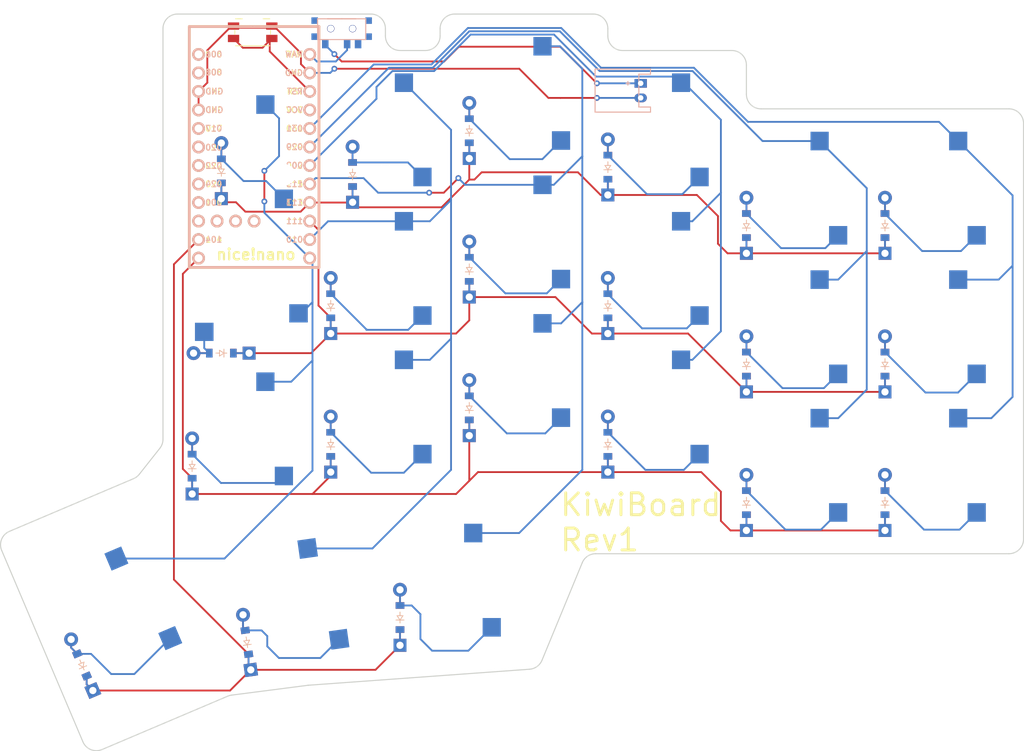
<source format=kicad_pcb>
(kicad_pcb (version 20240108) (generator "pcbnew") (generator_version "8.0")
  (title_block (title "right") (rev "v1.0.0") (company "Unknown"))
  (layers (0 "F.Cu" signal) (31 "B.Cu" signal) (34 "B.Paste" user) (35 "F.Paste" user) (36 "B.SilkS" user "B.Silkscreen") (37 "F.SilkS" user "F.Silkscreen") (38 "B.Mask" user) (39 "F.Mask" user) (44 "Edge.Cuts" user))
  (net 0 "")
  (net 1 "P031")
  (net 2 "mirror_ColA_Row1")
  (net 3 "mirror_ColA_Row2")
  (net 4 "mirror_ColA_Row3")
  (net 5 "P029")
  (net 6 "mirror_ColB_Row1")
  (net 7 "mirror_ColB_Row2")
  (net 8 "mirror_ColB_Row3")
  (net 9 "P002")
  (net 10 "mirror_ColC_Row1")
  (net 11 "mirror_ColC_Row2")
  (net 12 "mirror_ColC_Row3")
  (net 13 "P115")
  (net 14 "mirror_ColD_Row1")
  (net 15 "mirror_ColD_Row2")
  (net 16 "mirror_ColD_Row3")
  (net 17 "P010")
  (net 18 "mirror_ColE_Row1")
  (net 19 "mirror_ColE_Row2")
  (net 20 "mirror_ColE_Row3")
  (net 21 "P009")
  (net 22 "mirror_ColF_Row1")
  (net 23 "mirror_ColF_Row3")
  (net 24 "mirror_ColD_Row0")
  (net 25 "mirror_ColE_Row0")
  (net 26 "mirror_ColF_Row0")
  (net 27 "mirror_ColF_Row2")
  (net 28 "RAW")
  (net 29 "GND")
  (net 30 "RST")
  (net 31 "VCC")
  (net 32 "P113")
  (net 33 "P111")
  (net 34 "P006")
  (net 35 "P008")
  (net 36 "P017")
  (net 37 "P020")
  (net 38 "P022")
  (net 39 "P024")
  (net 40 "P100")
  (net 41 "P011")
  (net 42 "P104")
  (net 43 "P106")
  (net 44 "P101")
  (net 45 "P102")
  (net 46 "P107")
  (net 47 "pos")
  (footprint "E73:SPDT_C128955" (layer "F.Cu") (at 215 99.5)
    (property "Reference" "T1" (hide yes))
    (property "Value" "" (hide yes))
  )
  (footprint "JST_PH_S2B-PH-K_02x2.00mm_Angled" (layer "F.Cu") (at 256 108 -90)
    (property "Reference" "JST1" (hide yes))
    (property "Value" "" (hide yes))
  )
  (footprint "Panasonic_EVQPUL_EVQPUC" (layer "F.Cu") (at 202.8 100)
    (property "Reference" "B1" (hide yes))
    (property "Value" "Panasonic_EVQPUL_EVQPUC" (hide yes))
  )
  (footprint "MX" (layer "F.Cu") (at 240 109 -90)
    (property "Reference" "S12" (hide yes))
    (property "Value" "" (hide yes))
  )
  (footprint "ComboDiode" (layer "F.Cu") (at 194.5 159.5 90)
    (property "Reference" "D14" (hide yes))
    (property "Value" "" (hide yes))
  )
  (footprint "ComboDiode" (layer "F.Cu") (at 251.5 137.5 90)
    (property "Reference" "D8" (hide yes))
    (property "Value" "" (hide yes))
  )
  (footprint "MX" (layer "F.Cu") (at 221 114 -90)
    (property "Reference" "S15" (hide yes))
    (property "Value" "" (hide yes))
  )
  (footprint "MX" (layer "F.Cu") (at 240 147 -90)
    (property "Reference" "S10" (hide yes))
    (property "Value" "" (hide yes))
  )
  (footprint "MX" (layer "F.Cu") (at 297 122 -90)
    (property "Reference" "S3" (hide yes))
    (property "Value" "" (hide yes))
  )
  (footprint "MX" (layer "F.Cu") (at 240 128 -90)
    (property "Reference" "S11" (hide yes))
    (property "Value" "" (hide yes))
  )
  (footprint "MX" (layer "F.Cu") (at 259 152 -90)
    (property "Reference" "S7" (hide yes))
    (property "Value" "" (hide yes))
  )
  (footprint "MX" (layer "F.Cu") (at 221 133 -90)
    (property "Reference" "S14" (hide yes))
    (property "Value" "" (hide yes))
  )
  (footprint "ComboDiode" (layer "F.Cu") (at 270.5 145.5 90)
    (property "Reference" "D5" (hide yes))
    (property "Value" "" (hide yes))
  )
  (footprint "MX" (layer "F.Cu") (at 230.5 175.75 -90)
    (property "Reference" "S18" (hide yes))
    (property "Value" "" (hide yes))
  )
  (footprint "MX" (layer "F.Cu") (at 208.807542 178.148055 -82)
    (property "Reference" "S19" (hide yes))
    (property "Value" "" (hide yes))
  )
  (footprint "MX" (layer "F.Cu") (at 259 114 -90)
    (property "Reference" "S9" (hide yes))
    (property "Value" "" (hide yes))
  )
  (footprint "ComboDiode" (layer "F.Cu") (at 232.5 113.5 90)
    (property "Reference" "D12" (hide yes))
    (property "Value" "" (hide yes))
  )
  (footprint "ComboDiode" (layer "F.Cu") (at 289.5 126.5 90)
    (property "Reference" "D3" (hide yes))
    (property "Value" "" (hide yes))
  )
  (footprint "MX" (layer "F.Cu") (at 278 141 -90)
    (property "Reference" "S5" (hide yes))
    (property "Value" "" (hide yes))
  )
  (footprint "MX" (layer "F.Cu") (at 184.539406 179.679128 -67)
    (property "Reference" "S20" (hide yes))
    (property "Value" "" (hide yes))
  )
  (footprint "MX" (layer "F.Cu") (at 259 133 -90)
    (property "Reference" "S8" (hide yes))
    (property "Value" "" (hide yes))
  )
  (footprint "ComboDiode" (layer "F.Cu") (at 198.5 144 180)
    (property "Reference" "D18" (hide yes))
    (property "Value" "" (hide yes))
  )
  (footprint "ComboDiode" (layer "F.Cu") (at 232.5 151.5 90)
    (property "Reference" "D10" (hide yes))
    (property "Value" "" (hide yes))
  )
  (footprint "ComboDiode" (layer "F.Cu") (at 251.5 118.5 90)
    (property "Reference" "D9" (hide yes))
    (property "Value" "" (hide yes))
  )
  (footprint "ComboDiode" (layer "F.Cu") (at 289.5 145.5 90)
    (property "Reference" "D2" (hide yes))
    (property "Value" "" (hide yes))
  )
  (footprint "MX" (layer "F.Cu") (at 202 155 -90)
    (property "Reference" "S16" (hide yes))
    (property "Value" "" (hide yes))
  )
  (footprint "ComboDiode" (layer "F.Cu") (at 179.393909 186.751884 113)
    (property "Reference" "D17" (hide yes))
    (property "Value" "" (hide yes))
  )
  (footprint "ComboDiode" (layer "F.Cu") (at 213.5 137.5 90)
    (property "Reference" "D21" (hide yes))
    (property "Value" "" (hide yes))
  )
  (footprint "ComboDiode" (layer "F.Cu") (at 251.5 156.5 90)
    (property "Reference" "D7" (hide yes))
    (property "Value" "" (hide yes))
  )
  (footprint "ComboDiode" (layer "F.Cu") (at 216.5 119.5 90)
    (property "Reference" "D20" (hide yes))
    (property "Value" "" (hide yes))
  )
  (footprint "MX" (layer "F.Cu") (at 202 117 -90)
    (property "Reference" "S17" (hide yes))
    (property "Value" "" (hide yes))
  )
  (footprint "MX" (layer "F.Cu") (at 202 136 180)
    (property "Reference" "S21" (hide yes))
    (property "Value" "" (hide yes))
  )
  (footprint "ComboDiode" (layer "F.Cu") (at 202.00681 183.64806 98)
    (property "Reference" "D16" (hide yes))
    (property "Value" "" (hide yes))
  )
  (footprint "MX" (layer "F.Cu") (at 297 141 -90)
    (property "Reference" "S2" (hide yes))
    (property "Value" "" (hide yes))
  )
  (footprint "ComboDiode" (layer "F.Cu") (at 289.5 164.5 90)
    (property "Reference" "D1" (hide yes))
    (property "Value" "" (hide yes))
  )
  (footprint "ComboDiode" (layer "F.Cu") (at 270.5 126.5 90)
    (property "Reference" "D6" (hide yes))
    (property "Value" "" (hide yes))
  )
  (footprint "nice_nano" (layer "F.Cu") (at 203 117 -90)
    (property "Reference" "MCU1" (hide yes))
    (property "Value" "nice_nano" (hide yes))
  )
  (footprint "ComboDiode" (layer "F.Cu") (at 270.5 164.5 90)
    (property "Reference" "D4" (hide yes))
    (property "Value" "" (hide yes))
  )
  (footprint "MX" (layer "F.Cu") (at 278 160 -90)
    (property "Reference" "S4" (hide yes))
    (property "Value" "" (hide yes))
  )
  (footprint "ComboDiode" (layer "F.Cu") (at 213.5 156.5 90)
    (property "Reference" "D13" (hide yes))
    (property "Value" "" (hide yes))
  )
  (footprint "MX" (layer "F.Cu") (at 297 160 -90)
    (property "Reference" "S1" (hide yes))
    (property "Value" "" (hide yes))
  )
  (footprint "ComboDiode" (layer "F.Cu") (at 223 180.25 90)
    (property "Reference" "D15" (hide yes))
    (property "Value" "" (hide yes))
  )
  (footprint "MX" (layer "F.Cu") (at 221 152 -90)
    (property "Reference" "S13" (hide yes))
    (property "Value" "" (hide yes))
  )
  (footprint "ComboDiode" (layer "F.Cu") (at 232.5 132.5 90)
    (property "Reference" "D11" (hide yes))
    (property "Value" "" (hide yes))
  )
  (footprint "ComboDiode" (layer "F.Cu") (at 198.5 119 90)
    (property "Reference" "D19" (hide yes))
    (property "Value" "" (hide yes))
  )
  (footprint "MX" (layer "F.Cu") (at 278 122 -90)
    (property "Reference" "S6" (hide yes))
    (property "Value" "" (hide yes))
  )
  (gr_arc (start 210.352485 189.543301) (mid 210.408111 189.536919) (end 210.463894 189.532096) (stroke (width 0.15)) (layer "Edge.Cuts"))
  (gr_arc (start 228.5 100.5) (mid 227.914214 101.914214) (end 226.5 102.5) (stroke (width 0.15)) (layer "Edge.Cuts"))
  (gr_line (start 226.5 102.5) (end 223 102.5) (stroke (width 0.15)) (layer "Edge.Cuts"))
  (gr_line (start 308.5 169.5) (end 308.5 112.5) (stroke (width 0.15)) (layer "Edge.Cuts"))
  (gr_line (start 270.5 108.5) (end 270.5 104.5) (stroke (width 0.15)) (layer "Edge.Cuts"))
  (gr_line (start 249.5 97.5) (end 230.5 97.5) (stroke (width 0.15)) (layer "Edge.Cuts"))
  (gr_line (start 251.5 100.5) (end 251.5 99.5) (stroke (width 0.15)) (layer "Edge.Cuts"))
  (gr_line (start 228.5 99.5) (end 228.5 100.5) (stroke (width 0.15)) (layer "Edge.Cuts"))
  (gr_arc (start 249.5 97.5) (mid 250.914214 98.085786) (end 251.5 99.5) (stroke (width 0.15)) (layer "Edge.Cuts"))
  (gr_line (start 210.463894 189.532096) (end 240.76715 187.339215) (stroke (width 0.15)) (layer "Edge.Cuts"))
  (gr_line (start 190.068841 157.045298) (end 187.251784 160.608107) (stroke (width 0.15)) (layer "Edge.Cuts"))
  (gr_arc (start 308.5 169.5) (mid 307.914214 170.914214) (end 306.5 171.5) (stroke (width 0.15)) (layer "Edge.Cuts"))
  (gr_arc (start 190.5 155.80484) (mid 190.389138 156.461467) (end 190.068841 157.045298) (stroke (width 0.15)) (layer "Edge.Cuts"))
  (gr_arc (start 168.385681 171.055342) (mid 168.372323 169.524666) (end 169.445229 168.43287) (stroke (width 0.15)) (layer "Edge.Cuts"))
  (gr_arc (start 247.989482 172.737025) (mid 248.726014 171.83778) (end 249.83823 171.5) (stroke (width 0.15)) (layer "Edge.Cuts"))
  (gr_line (start 219 97.5) (end 192.5 97.5) (stroke (width 0.15)) (layer "Edge.Cuts"))
  (gr_arc (start 268.5 102.5) (mid 269.914214 103.085786) (end 270.5 104.5) (stroke (width 0.15)) (layer "Edge.Cuts"))
  (gr_line (start 182.14399 198.349278) (end 199.38053 191.032801) (stroke (width 0.15)) (layer "Edge.Cuts"))
  (gr_arc (start 223 102.5) (mid 221.585786 101.914214) (end 221 100.5) (stroke (width 0.15)) (layer "Edge.Cuts"))
  (gr_line (start 268.5 102.5) (end 253.5 102.5) (stroke (width 0.15)) (layer "Edge.Cuts"))
  (gr_line (start 199.906231 190.890231) (end 210.352484 189.543301) (stroke (width 0.15)) (layer "Edge.Cuts"))
  (gr_arc (start 306.5 110.5) (mid 307.914214 111.085786) (end 308.5 112.5) (stroke (width 0.15)) (layer "Edge.Cuts"))
  (gr_arc (start 219 97.5) (mid 220.414214 98.085786) (end 221 99.5) (stroke (width 0.15)) (layer "Edge.Cuts"))
  (gr_line (start 242.471547 186.107406) (end 247.989482 172.737025) (stroke (width 0.15)) (layer "Edge.Cuts"))
  (gr_line (start 221 100.5) (end 221 99.5) (stroke (width 0.15)) (layer "Edge.Cuts"))
  (gr_line (start 186.464405 161.208658) (end 169.445229 168.43287) (stroke (width 0.15)) (layer "Edge.Cuts"))
  (gr_arc (start 272.5 110.5) (mid 271.085786 109.914214) (end 270.5 108.5) (stroke (width 0.15)) (layer "Edge.Cuts"))
  (gr_line (start 249.83823 171.5) (end 306.5 171.5) (stroke (width 0.15)) (layer "Edge.Cuts"))
  (gr_arc (start 182.14399 198.349278) (mid 180.613314 198.362636) (end 179.521518 197.28973) (stroke (width 0.15)) (layer "Edge.Cuts"))
  (gr_arc (start 253.5 102.5) (mid 252.085786 101.914214) (end 251.5 100.5) (stroke (width 0.15)) (layer "Edge.Cuts"))
  (gr_line (start 306.5 110.5) (end 272.5 110.5) (stroke (width 0.15)) (layer "Edge.Cuts"))
  (gr_arc (start 187.251784 160.608106) (mid 186.895851 160.957885) (end 186.464405 161.208658) (stroke (width 0.15)) (layer "Edge.Cuts"))
  (gr_arc (start 228.5 99.5) (mid 229.085786 98.085786) (end 230.5 97.5) (stroke (width 0.15)) (layer "Edge.Cuts"))
  (gr_arc (start 190.5 99.5) (mid 191.085786 98.085786) (end 192.5 97.5) (stroke (width 0.15)) (layer "Edge.Cuts"))
  (gr_line (start 190.5 99.5) (end 190.5 155.80484) (stroke (width 0.15)) (layer "Edge.Cuts"))
  (gr_arc (start 242.471547 186.107407) (mid 241.794315 186.965404) (end 240.76715 187.339215) (stroke (width 0.15)) (layer "Edge.Cuts"))
  (gr_line (start 168.385681 171.055342) (end 179.521518 197.28973) (stroke (width 0.15)) (layer "Edge.Cuts"))
  (gr_arc (start 199.38053 191.0328) (mid 199.638504 190.943535) (end 199.906231 190.890231) (stroke (width 0.15)) (layer "Edge.Cuts"))
  (gr_text "KiwiBoard\nRev1" (at 244.75 167.2 0) (layer "F.SilkS") (effects (font (size 3 3) (thickness 0.4)) (justify left)))
  (segment (start 307 132) (end 307 122.375) (width 0.25) (layer "B.Cu") (net 1))
  (segment (start 299.54 114.915) (end 296.906802 112.281802) (width 0.25) (layer "B.Cu") (net 1))
  (segment (start 299.54 152.915) (end 304.085 152.915) (width 0.25) (layer "B.Cu") (net 1))
  (segment (start 245.107792 99.415) (end 232.312208 99.415) (width 0.25) (layer "B.Cu") (net 1))
  (segment (start 307 122.375) (end 299.54 114.915) (width 0.25) (layer "B.Cu") (net 1))
  (segment (start 250.557792 104.865) (end 245.107792 99.415) (width 0.25) (layer "B.Cu") (net 1))
  (segment (start 263.301396 104.865) (end 250.557792 104.865) (width 0.25) (layer "B.Cu") (net 1))
  (segment (start 219.395 104.415) (end 210.62 113.19) (width 0.25) (layer "B.Cu") (net 1))
  (segment (start 304.085 152.915) (end 307 150) (width 0.25) (layer "B.Cu") (net 1))
  (segment (start 305.085 133.915) (end 307 132) (width 0.25) (layer "B.Cu") (net 1))
  (segment (start 299.54 133.915) (end 305.085 133.915) (width 0.25) (layer "B.Cu") (net 1))
  (segment (start 232.312208 99.415) (end 227.312208 104.415) (width 0.25) (layer "B.Cu") (net 1))
  (segment (start 227.312208 104.415) (end 219.395 104.415) (width 0.25) (layer "B.Cu") (net 1))
  (segment (start 307 150) (end 307 132) (width 0.25) (layer "B.Cu") (net 1))
  (segment (start 296.906802 112.281802) (end 270.718198 112.281802) (width 0.25) (layer "B.Cu") (net 1))
  (segment (start 270.718198 112.281802) (end 263.301396 104.865) (width 0.25) (layer "B.Cu") (net 1))
  (segment (start 289.5 160.69) (end 289.5 162.85) (width 0.25) (layer "F.Cu") (net 2))
  (segment (start 289.5 160.69) (end 289.5 162.85) (width 0.25) (layer "B.Cu") (net 2))
  (segment (start 299.722 168.2) (end 302.08 165.842) (width 0.25) (layer "B.Cu") (net 2))
  (segment (start 294.85 168.2) (end 299.722 168.2) (width 0.25) (layer "B.Cu") (net 2))
  (segment (start 289.5 162.85) (end 294.85 168.2) (width 0.25) (layer "B.Cu") (net 2))
  (segment (start 289.5 141.69) (end 289.5 143.85) (width 0.25) (layer "F.Cu") (net 3))
  (segment (start 299.522 149.4) (end 302.08 146.842) (width 0.25) (layer "B.Cu") (net 3))
  (segment (start 295.05 149.4) (end 299.522 149.4) (width 0.25) (layer "B.Cu") (net 3))
  (segment (start 289.5 141.69) (end 289.5 143.85) (width 0.25) (layer "B.Cu") (net 3))
  (segment (start 289.5 143.85) (end 295.05 149.4) (width 0.25) (layer "B.Cu") (net 3))
  (segment (start 289.5 122.69) (end 289.5 124.85) (width 0.25) (layer "F.Cu") (net 4))
  (segment (start 289.5 122.69) (end 289.5 124.85) (width 0.25) (layer "B.Cu") (net 4))
  (segment (start 289.5 124.85) (end 289.5 124.9) (width 0.25) (layer "B.Cu") (net 4))
  (segment (start 299.922 130) (end 302.08 127.842) (width 0.25) (layer "B.Cu") (net 4))
  (segment (start 294.6 130) (end 299.922 130) (width 0.25) (layer "B.Cu") (net 4))
  (segment (start 289.5 124.9) (end 294.6 130) (width 0.25) (layer "B.Cu") (net 4))
  (segment (start 283.085 133.915) (end 287 130) (width 0.25) (layer "B.Cu") (net 5))
  (segment (start 263.115 105.315) (end 250.371396 105.315) (width 0.25) (layer "B.Cu") (net 5))
  (segment (start 283.085 152.915) (end 287 149) (width 0.25) (layer "B.Cu") (net 5))
  (segment (start 272.715 114.915) (end 263.115 105.315) (width 0.25) (layer "B.Cu") (net 5))
  (segment (start 221.485 104.865) (end 210.62 115.73) (width 0.25) (layer "B.Cu") (net 5))
  (segment (start 287 130) (end 287 121.375) (width 0.25) (layer "B.Cu") (net 5))
  (segment (start 244.921396 99.865) (end 232.498604 99.865) (width 0.25) (layer "B.Cu") (net 5))
  (segment (start 287 121.375) (end 280.54 114.915) (width 0.25) (layer "B.Cu") (net 5))
  (segment (start 280.54 114.915) (end 272.715 114.915) (width 0.25) (layer "B.Cu") (net 5))
  (segment (start 287 149) (end 287 130) (width 0.25) (layer "B.Cu") (net 5))
  (segment (start 232.498604 99.865) (end 227.498604 104.865) (width 0.25) (layer "B.Cu") (net 5))
  (segment (start 250.371396 105.315) (end 244.921396 99.865) (width 0.25) (layer "B.Cu") (net 5))
  (segment (start 280.54 133.915) (end 283.085 133.915) (width 0.25) (layer "B.Cu") (net 5))
  (segment (start 227.498604 104.865) (end 221.485 104.865) (width 0.25) (layer "B.Cu") (net 5))
  (segment (start 280.54 152.915) (end 283.085 152.915) (width 0.25) (layer "B.Cu") (net 5))
  (segment (start 270.5 160.69) (end 270.5 162.85) (width 0.25) (layer "F.Cu") (net 6))
  (segment (start 270.5 160.69) (end 270.5 162.85) (width 0.25) (layer "B.Cu") (net 6))
  (segment (start 280.722 168.2) (end 283.08 165.842) (width 0.25) (layer "B.Cu") (net 6))
  (segment (start 275.85 168.2) (end 280.722 168.2) (width 0.25) (layer "B.Cu") (net 6))
  (segment (start 270.5 162.85) (end 275.85 168.2) (width 0.25) (layer "B.Cu") (net 6))
  (segment (start 270.5 141.69) (end 270.5 143.85) (width 0.25) (layer "F.Cu") (net 7))
  (segment (start 281.122 148.8) (end 283.08 146.842) (width 0.25) (layer "B.Cu") (net 7))
  (segment (start 275.45 148.8) (end 281.122 148.8) (width 0.25) (layer "B.Cu") (net 7))
  (segment (start 270.5 143.85) (end 275.45 148.8) (width 0.25) (layer "B.Cu") (net 7))
  (segment (start 270.5 141.69) (end 270.5 143.85) (width 0.25) (layer "B.Cu") (net 7))
  (segment (start 270.5 122.69) (end 270.5 124.85) (width 0.25) (layer "F.Cu") (net 8))
  (segment (start 270.5 122.69) (end 270.5 124.85) (width 0.25) (layer "B.Cu") (net 8))
  (segment (start 281.322 129.6) (end 283.08 127.842) (width 0.25) (layer "B.Cu") (net 8))
  (segment (start 275.25 129.6) (end 281.322 129.6) (width 0.25) (layer "B.Cu") (net 8))
  (segment (start 270.5 124.85) (end 275.25 129.6) (width 0.25) (layer "B.Cu") (net 8))
  (segment (start 221.965 105.315) (end 219.7741 107.5059) (width 0.25) (layer "B.Cu") (net 9))
  (segment (start 267 112) (end 261.915 106.915) (width 0.25) (layer "B.Cu") (net 9))
  (segment (start 261.54 106.915) (end 260.7 106.075) (width 0.25) (layer "B.Cu") (net 9))
  (segment (start 232.685 100.315) (end 227.685 105.315) (width 0.25) (layer "B.Cu") (net 9))
  (segment (start 244.115 100.315) (end 232.685 100.315) (width 0.25) (layer "B.Cu") (net 9))
  (segment (start 249.875 106.075) (end 244.115 100.315) (width 0.25) (layer "B.Cu") (net 9))
  (segment (start 263.085 125.915) (end 267 122) (width 0.25) (layer "B.Cu") (net 9))
  (segment (start 260.7 106.075) (end 249.875 106.075) (width 0.25) (layer "B.Cu") (net 9))
  (segment (start 227.685 105.315) (end 221.965 105.315) (width 0.25) (layer "B.Cu") (net 9))
  (segment (start 267 141) (end 267 112) (width 0.25) (layer "B.Cu") (net 9))
  (segment (start 219.7741 109.1159) (end 210.62 118.27) (width 0.25) (layer "B.Cu") (net 9))
  (segment (start 261.54 125.915) (end 263.085 125.915) (width 0.25) (layer "B.Cu") (net 9))
  (segment (start 263.085 144.915) (end 267 141) (width 0.25) (layer "B.Cu") (net 9))
  (segment (start 261.54 144.915) (end 263.085 144.915) (width 0.25) (layer "B.Cu") (net 9))
  (segment (start 261.915 106.915) (end 261.54 106.915) (width 0.25) (layer "B.Cu") (net 9))
  (segment (start 219.7741 107.5059) (end 219.7741 109.1159) (width 0.25) (layer "B.Cu") (net 9))
  (segment (start 251.5 152.69) (end 251.5 154.85) (width 0.25) (layer "F.Cu") (net 10))
  (segment (start 256.65 160) (end 261.922 160) (width 0.25) (layer "B.Cu") (net 10))
  (segment (start 251.5 154.85) (end 256.65 160) (width 0.25) (layer "B.Cu") (net 10))
  (segment (start 261.922 160) (end 264.08 157.842) (width 0.25) (layer "B.Cu") (net 10))
  (segment (start 251.5 152.69) (end 251.5 154.85) (width 0.25) (layer "B.Cu") (net 10))
  (segment (start 251.5 133.69) (end 251.5 135.85) (width 0.25) (layer "F.Cu") (net 11))
  (segment (start 251.5 133.69) (end 251.5 135.85) (width 0.25) (layer "B.Cu") (net 11))
  (segment (start 262.322 140.6) (end 264.08 138.842) (width 0.25) (layer "B.Cu") (net 11))
  (segment (start 251.5 135.9) (end 256.2 140.6) (width 0.25) (layer "B.Cu") (net 11))
  (segment (start 256.2 140.6) (end 262.322 140.6) (width 0.25) (layer "B.Cu") (net 11))
  (segment (start 251.5 135.85) (end 251.5 135.9) (width 0.25) (layer "B.Cu") (net 11))
  (segment (start 251.5 114.69) (end 251.5 116.85) (width 0.25) (layer "F.Cu") (net 12))
  (segment (start 251.5 116.85) (end 256.85 122.2) (width 0.25) (layer "B.Cu") (net 12))
  (segment (start 251.5 114.69) (end 251.5 116.85) (width 0.25) (layer "B.Cu") (net 12))
  (segment (start 256.85 122.2) (end 261.722 122.2) (width 0.25) (layer "B.Cu") (net 12))
  (segment (start 261.722 122.2) (end 264.08 119.842) (width 0.25) (layer "B.Cu") (net 12))
  (segment (start 229 122) (end 227 122) (width 0.25) (layer "F.Cu") (net 13))
  (segment (start 231 120) (end 229 122) (width 0.25) (layer "F.Cu") (net 13))
  (via (at 227 122) (size 0.8) (drill 0.4) (layers "F.Cu" "B.Cu") (net 13))
  (via (at 231 120) (size 0.8) (drill 0.4) (layers "F.Cu" "B.Cu") (net 13))
  (segment (start 245.085 139.915) (end 248 137) (width 0.25) (layer "B.Cu") (net 13))
  (segment (start 233.04 168.665) (end 239.335 168.665) (width 0.25) (layer "B.Cu") (net 13))
  (segment (start 244.085 120.915) (end 248 117) (width 0.25) (layer "B.Cu") (net 13))
  (segment (start 242.54 120.915) (end 231.915 120.915) (width 0.25) (layer "B.Cu") (net 13))
  (segment (start 248 117) (end 248 105) (width 0.25) (layer "B.Cu") (net 13))
  (segment (start 227 122) (end 220 122) (width 0.25) (layer "B.Cu") (net 13))
  (segment (start 211.43 120) (end 210.62 120.81) (width 0.25) (layer "B.Cu") (net 13))
  (segment (start 231.915 120.915) (end 231 120) (width 0.25) (layer "B.Cu") (net 13))
  (segment (start 248 137) (end 248 117) (width 0.25) (layer "B.Cu") (net 13))
  (segment (start 218 120) (end 211.43 120) (width 0.25) (layer "B.Cu") (net 13))
  (segment (start 239.335 168.665) (end 248 160) (width 0.25) (layer "B.Cu") (net 13))
  (segment (start 220 122) (end 218 120) (width 0.25) (layer "B.Cu") (net 13))
  (segment (start 244.915 101.915) (end 242.54 101.915) (width 0.25) (layer "B.Cu") (net 13))
  (segment (start 248 160) (end 248 137) (width 0.25) (layer "B.Cu") (net 13))
  (segment (start 242.54 139.915) (end 245.085 139.915) (width 0.25) (layer "B.Cu") (net 13))
  (segment (start 242.54 120.915) (end 244.085 120.915) (width 0.25) (layer "B.Cu") (net 13))
  (segment (start 248 105) (end 244.915 101.915) (width 0.25) (layer "B.Cu") (net 13))
  (segment (start 232.5 147.69) (end 232.5 149.85) (width 0.25) (layer "F.Cu") (net 14))
  (segment (start 242.922 155) (end 245.08 152.842) (width 0.25) (layer "B.Cu") (net 14))
  (segment (start 232.5 147.69) (end 232.5 149.85) (width 0.25) (layer "B.Cu") (net 14))
  (segment (start 237.65 155) (end 242.922 155) (width 0.25) (layer "B.Cu") (net 14))
  (segment (start 232.5 149.85) (end 237.65 155) (width 0.25) (layer "B.Cu") (net 14))
  (segment (start 232.5 128.69) (end 232.5 130.85) (width 0.25) (layer "F.Cu") (net 15))
  (segment (start 237.45 135.8) (end 243.122 135.8) (width 0.25) (layer "B.Cu") (net 15))
  (segment (start 232.5 128.69) (end 232.5 130.85) (width 0.25) (layer "B.Cu") (net 15))
  (segment (start 243.122 135.8) (end 245.08 133.842) (width 0.25) (layer "B.Cu") (net 15))
  (segment (start 232.5 130.85) (end 237.45 135.8) (width 0.25) (layer "B.Cu") (net 15))
  (segment (start 232.5 109.69) (end 232.5 111.85) (width 0.25) (layer "F.Cu") (net 16))
  (segment (start 238.05 117.4) (end 242.522 117.4) (width 0.25) (layer "B.Cu") (net 16))
  (segment (start 232.5 111.85) (end 238.05 117.4) (width 0.25) (layer "B.Cu") (net 16))
  (segment (start 242.522 117.4) (end 245.08 114.842) (width 0.25) (layer "B.Cu") (net 16))
  (segment (start 232.5 109.69) (end 232.5 111.85) (width 0.25) (layer "B.Cu") (net 16))
  (segment (start 210.336781 170.778506) (end 219.221494 170.778506) (width 0.25) (layer "B.Cu") (net 17))
  (segment (start 219.221494 170.778506) (end 230 160) (width 0.25) (layer "B.Cu") (net 17))
  (segment (start 230 123) (end 230 113.375) (width 0.25) (layer "B.Cu") (net 17))
  (segment (start 223.54 144.915) (end 227.085 144.915) (width 0.25) (layer "B.Cu") (net 17))
  (segment (start 223.54 125.915) (end 227.085 125.915) (width 0.25) (layer "B.Cu") (net 17))
  (segment (start 227.085 125.915) (end 230 123) (width 0.25) (layer "B.Cu") (net 17))
  (segment (start 223.54 125.915) (end 213.135 125.915) (width 0.25) (layer "B.Cu") (net 17))
  (segment (start 227.085 144.915) (end 230 142) (width 0.25) (layer "B.Cu") (net 17))
  (segment (start 230 142) (end 230 123) (width 0.25) (layer "B.Cu") (net 17))
  (segment (start 230 113.375) (end 223.54 106.915) (width 0.25) (layer "B.Cu") (net 17))
  (segment (start 213.135 125.915) (end 210.62 128.43) (width 0.25) (layer "B.Cu") (net 17))
  (segment (start 230 160) (end 230 142) (width 0.25) (layer "B.Cu") (net 17))
  (segment (start 213.5 152.69) (end 213.5 154.85) (width 0.25) (layer "F.Cu") (net 18))
  (segment (start 223.522 160.4) (end 226.08 157.842) (width 0.25) (layer "B.Cu") (net 18))
  (segment (start 213.5 154.85) (end 219.05 160.4) (width 0.25) (layer "B.Cu") (net 18))
  (segment (start 219.05 160.4) (end 223.522 160.4) (width 0.25) (layer "B.Cu") (net 18))
  (segment (start 213.5 152.69) (end 213.5 154.85) (width 0.25) (layer "B.Cu") (net 18))
  (segment (start 213.5 133.69) (end 213.5 135.85) (width 0.25) (layer "F.Cu") (net 19))
  (segment (start 213.5 135.85) (end 218.4 140.75) (width 0.25) (layer "B.Cu") (net 19))
  (segment (start 213.5 133.69) (end 213.5 135.85) (width 0.25) (layer "B.Cu") (net 19))
  (segment (start 218.4 140.75) (end 218.4 140.8) (width 0.25) (layer "B.Cu") (net 19))
  (segment (start 224.122 140.8) (end 226.08 138.842) (width 0.25) (layer "B.Cu") (net 19))
  (segment (start 218.4 140.8) (end 224.122 140.8) (width 0.25) (layer "B.Cu") (net 19))
  (segment (start 216.5 117.85) (end 216.5 115.69) (width 0.25) (layer "F.Cu") (net 20))
  (segment (start 216.5 115.69) (end 216.5 117.85) (width 0.25) (layer "B.Cu") (net 20))
  (segment (start 216.5 117.85) (end 224.088 117.85) (width 0.25) (layer "B.Cu") (net 20))
  (segment (start 224.088 117.85) (end 226.08 119.842) (width 0.25) (layer "B.Cu") (net 20))
  (segment (start 204.4 119) (end 204.4 123.2) (width 0.25) (layer "F.Cu") (net 21))
  (via (at 204.4 119) (size 0.8) (drill 0.4) (layers "F.Cu" "B.Cu") (net 21))
  (via (at 204.4 123.2) (size 0.8) (drill 0.4) (layers "F.Cu" "B.Cu") (net 21))
  (segment (start 184.109158 172.164894) (end 198.932106 172.164894) (width 0.25) (layer "B.Cu") (net 21))
  (segment (start 204.54 147.915) (end 208.085 147.915) (width 0.25) (layer "B.Cu") (net 21))
  (segment (start 206.415 111.79) (end 206.415 116.985) (width 0.25) (layer "B.Cu") (net 21))
  (segment (start 204.54 109.915) (end 206.415 111.79) (width 0.25) (layer "B.Cu") (net 21))
  (segment (start 204.4 123.2) (end 204.4 124.75) (width 0.25) (layer "B.Cu") (net 21))
  (segment (start 211 137) (end 211 131.35) (width 0.25) (layer "B.Cu") (net 21))
  (segment (start 211 160.097) (end 211 145) (width 0.25) (layer "B.Cu") (net 21))
  (segment (start 209.46 138.54) (end 211 137) (width 0.25) (layer "B.Cu") (net 21))
  (segment (start 211 145) (end 211 137) (width 0.25) (layer "B.Cu") (net 21))
  (segment (start 198.932106 172.164894) (end 211 160.097) (width 0.25) (layer "B.Cu") (net 21))
  (segment (start 208.085 147.915) (end 211 145) (width 0.25) (layer "B.Cu") (net 21))
  (segment (start 209.085 138.54) (end 209.46 138.54) (width 0.25) (layer "B.Cu") (net 21))
  (segment (start 206.415 116.985) (end 204.4 119) (width 0.25) (layer "B.Cu") (net 21))
  (segment (start 211 131.35) (end 210.62 130.97) (width 0.25) (layer "B.Cu") (net 21))
  (segment (start 204.4 124.75) (end 210.62 130.97) (width 0.25) (layer "B.Cu") (net 21))
  (segment (start 194.5 155.69) (end 194.5 157.85) (width 0.25) (layer "F.Cu") (net 22))
  (segment (start 198.45 161.8) (end 206.122 161.8) (width 0.25) (layer "B.Cu") (net 22))
  (segment (start 206.122 161.8) (end 207.08 160.842) (width 0.25) (layer "B.Cu") (net 22))
  (segment (start 194.5 157.85) (end 198.45 161.8) (width 0.25) (layer "B.Cu") (net 22))
  (segment (start 194.5 155.69) (end 194.5 157.85) (width 0.25) (layer "B.Cu") (net 22))
  (segment (start 198.5 115.19) (end 198.5 117.35) (width 0.25) (layer "F.Cu") (net 23))
  (segment (start 198.5 117.35) (end 201.55 120.4) (width 0.25) (layer "B.Cu") (net 23))
  (segment (start 201.55 120.4) (end 204.638 120.4) (width 0.25) (layer "B.Cu") (net 23))
  (segment (start 198.5 115.19) (end 198.5 117.35) (width 0.25) (layer "B.Cu") (net 23))
  (segment (start 204.638 120.4) (end 207.08 122.842) (width 0.25) (layer "B.Cu") (net 23))
  (segment (start 223 176.44) (end 223 178.6) (width 0.25) (layer "F.Cu") (net 24))
  (segment (start 223 178.6) (end 224.6 178.6) (width 0.25) (layer "B.Cu") (net 24))
  (segment (start 227.4 184.8) (end 232.372 184.8) (width 0.25) (layer "B.Cu") (net 24))
  (segment (start 223 176.44) (end 223 178.6) (width 0.25) (layer "B.Cu") (net 24))
  (segment (start 225.8 179.8) (end 225.8 183.2) (width 0.25) (layer "B.Cu") (net 24))
  (segment (start 232.372 184.8) (end 235.58 181.592) (width 0.25) (layer "B.Cu") (net 24))
  (segment (start 224.6 178.6) (end 225.8 179.8) (width 0.25) (layer "B.Cu") (net 24))
  (segment (start 225.8 183.2) (end 227.4 184.8) (width 0.25) (layer "B.Cu") (net 24))
  (segment (start 201.476559 179.875139) (end 201.476559 181.713503) (width 0.25) (layer "F.Cu") (net 25))
  (segment (start 201.476559 181.713503) (end 201.777174 182.014118) (width 0.25) (layer "F.Cu") (net 25))
  (segment (start 204.014118 182.014118) (end 204.8 182.8) (width 0.25) (layer "B.Cu") (net 25))
  (segment (start 204.8 182.8) (end 204.8 184.2) (width 0.25) (layer "B.Cu") (net 25))
  (segment (start 206.4 185.8) (end 212.077355 185.8) (width 0.25) (layer "B.Cu") (net 25))
  (segment (start 212.077355 185.8) (end 214.651153 183.226202) (width 0.25) (layer "B.Cu") (net 25))
  (segment (start 201.777174 182.014118) (end 204.014118 182.014118) (width 0.25) (layer "B.Cu") (net 25))
  (segment (start 204.8 184.2) (end 206.4 185.8) (width 0.25) (layer "B.Cu") (net 25))
  (segment (start 201.47656 181.713504) (end 201.777174 182.014118) (width 0.25) (layer "B.Cu") (net 25))
  (segment (start 201.47656 179.875139) (end 201.47656 181.713504) (width 0.25) (layer "B.Cu") (net 25))
  (segment (start 177.905222 184.38907) (end 178.749203 185.233051) (width 0.25) (layer "F.Cu") (net 26))
  (segment (start 177.905222 183.244761) (end 177.905222 184.38907) (width 0.25) (layer "F.Cu") (net 26))
  (segment (start 183.4 188) (end 186.570025 188) (width 0.25) (layer "B.Cu") (net 26))
  (segment (start 177.905223 184.389071) (end 178.749203 185.233051) (width 0.25) (layer "B.Cu") (net 26))
  (segment (start 177.905223 183.244761) (end 177.905223 184.389071) (width 0.25) (layer "B.Cu") (net 26))
  (segment (start 180.633051 185.233051) (end 183.4 188) (width 0.25) (layer "B.Cu") (net 26))
  (segment (start 178.749203 185.233051) (end 180.633051 185.233051) (width 0.25) (layer "B.Cu") (net 26))
  (segment (start 186.570025 188) (end 191.498222 183.071803) (width 0.25) (layer "B.Cu") (net 26))
  (segment (start 196.85 144) (end 194.69 144) (width 0.25) (layer "F.Cu") (net 27))
  (segment (start 196.85 144) (end 194.69 144) (width 0.25) (layer "B.Cu") (net 27))
  (segment (start 196.158 141.08) (end 196.158 143.308) (width 0.25) (layer "B.Cu") (net 27))
  (segment (start 196.158 143.308) (end 196.85 144) (width 0.25) (layer "B.Cu") (net 27))
  (segment (start 214.2 104) (end 211.59 104) (width 0.25) (layer "B.Cu") (net 28))
  (segment (start 215.75 102.45) (end 214.2 104) (width 0.25) (layer "B.Cu") (net 28))
  (segment (start 215.75 101.575) (end 215.75 102.45) (width 0.25) (layer "B.Cu") (net 28))
  (segment (start 211.59 104) (end 210.62 103.03) (width 0.25) (layer "B.Cu") (net 28))
  (segment (start 239.350131 105) (end 214 105) (width 0.25) (layer "F.Cu") (net 29))
  (segment (start 195.38 108.11) (end 195.38 110.65) (width 0.25) (layer "F.Cu") (net 29))
  (segment (start 205.2 99.375) (end 205.425 99.15) (width 0.25) (layer "F.Cu") (net 29))
  (segment (start 250 109) (end 245 109) (width 0.25) (layer "F.Cu") (net 29))
  (segment (start 209.4187 102.8687) (end 209.4187 104.3687) (width 0.25) (layer "F.Cu") (net 29))
  (segment (start 199.9 99.15) (end 196.5813 102.4687) (width 0.25) (layer "F.Cu") (net 29))
  (segment (start 196.5813 106.9087) (end 195.38 108.11) (width 0.25) (layer "F.Cu") (net 29))
  (segment (start 200.4 99.375) (end 205.2 99.375) (width 0.25) (layer "F.Cu") (net 29))
  (segment (start 205.7 99.15) (end 209.4187 102.8687) (width 0.25) (layer "F.Cu") (net 29))
  (segment (start 209.4187 104.3687) (end 210.62 105.57) (width 0.25) (layer "F.Cu") (net 29))
  (segment (start 200.175 99.15) (end 199.9 99.15) (width 0.25) (layer "F.Cu") (net 29))
  (segment (start 200.175 99.15) (end 200.4 99.375) (width 0.25) (layer "F.Cu") (net 29))
  (segment (start 245 109) (end 243.350131 109) (width 0.25) (layer "F.Cu") (net 29))
  (segment (start 243.350131 109) (end 239.350131 105) (width 0.25) (layer "F.Cu") (net 29))
  (segment (start 205.425 99.15) (end 205.7 99.15) (width 0.25) (layer "F.Cu") (net 29))
  (segment (start 196.5813 102.4687) (end 196.5813 106.9087) (width 0.25) (layer "F.Cu") (net 29))
  (via (at 250 109) (size 0.8) (drill 0.4) (layers "F.Cu" "B.Cu") (net 29))
  (via (at 214 105) (size 0.8) (drill 0.4) (layers "F.Cu" "B.Cu") (net 29))
  (segment (start 256 109) (end 250 109) (width 0.25) (layer "B.Cu") (net 29))
  (segment (start 213.43 105.57) (end 210.62 105.57) (width 0.25) (layer "B.Cu") (net 29))
  (segment (start 214 105) (end 213.43 105.57) (width 0.25) (layer "B.Cu") (net 29))
  (segment (start 210.875 105.315) (end 210.62 105.57) (width 0.25) (layer "B.Cu") (net 29))
  (segment (start 205.1375 101.1375) (end 205.1375 102.6275) (width 0.25) (layer "F.Cu") (net 30))
  (segment (start 200.175 100.85) (end 201.45 102.125) (width 0.25) (layer "F.Cu") (net 30))
  (segment (start 204.15 102.125) (end 205.425 100.85) (width 0.25) (layer "F.Cu") (net 30))
  (segment (start 205.1375 102.6275) (end 210.62 108.11) (width 0.25) (layer "F.Cu") (net 30))
  (segment (start 201.45 102.125) (end 204.15 102.125) (width 0.25) (layer "F.Cu") (net 30))
  (segment (start 205.425 100.85) (end 205.1375 101.1375) (width 0.25) (layer "F.Cu") (net 30))
  (segment (start 266.6 129) (end 267.91 130.31) (width 0.25) (layer "F.Cu") (net 32))
  (segment (start 216.46 123.35) (end 216.5 123.31) (width 0.25) (layer "F.Cu") (net 32))
  (segment (start 289.5 128.15) (end 289.5 130.31) (width 0.25) (layer "F.Cu") (net 32))
  (segment (start 216.5 121.15) (end 216.5 123.31) (width 0.25) (layer "F.Cu") (net 32))
  (segment (start 198.5 120.65) (end 198.5 122.81) (width 0.25) (layer "F.Cu") (net 32))
  (segment (start 234.2 119.2) (end 247.4 119.2) (width 0.25) (layer "F.Cu") (net 32))
  (segment (start 263.71 122.31) (end 266.6 125.2) (width 0.25) (layer "F.Cu") (net 32))
  (segment (start 270.5 130.31) (end 289.5 130.31) (width 0.25) (layer "F.Cu") (net 32))
  (segment (start 228.7 124) (end 232.5 120.2) (width 0.25) (layer "F.Cu") (net 32))
  (segment (start 216.5 123.31) (end 217.19 124) (width 0.25) (layer "F.Cu") (net 32))
  (segment (start 209.37 124.6) (end 210.62 123.35) (width 0.25) (layer "F.Cu") (net 32))
  (segment (start 210.62 123.35) (end 216.46 123.35) (width 0.25) (layer "F.Cu") (net 32))
  (segment (start 217.19 124) (end 228.7 124) (width 0.25) (layer "F.Cu") (net 32))
  (segment (start 201.8 124.6) (end 209.37 124.6) (width 0.25) (layer "F.Cu") (net 32))
  (segment (start 247.4 119.2) (end 250.51 122.31) (width 0.25) (layer "F.Cu") (net 32))
  (segment (start 232.5 120.2) (end 233.2 120.2) (width 0.25) (layer "F.Cu") (net 32))
  (segment (start 250.51 122.31) (end 251.5 122.31) (width 0.25) (layer "F.Cu") (net 32))
  (segment (start 251.5 122.31) (end 263.71 122.31) (width 0.25) (layer "F.Cu") (net 32))
  (segment (start 233.2 120.2) (end 234.2 119.2) (width 0.25) (layer "F.Cu") (net 32))
  (segment (start 267.91 130.31) (end 270.5 130.31) (width 0.25) (layer "F.Cu") (net 32))
  (segment (start 232.5 117.31) (end 232.5 115.15) (width 0.25) (layer "F.Cu") (net 32))
  (segment (start 198.5 122.81) (end 198.9959 123.3059) (width 0.25) (layer "F.Cu") (net 32))
  (segment (start 200.5059 123.3059) (end 201.8 124.6) (width 0.25) (layer "F.Cu") (net 32))
  (segment (start 251.5 120.15) (end 251.5 122.31) (width 0.25) (layer "F.Cu") (net 32))
  (segment (start 198.9959 123.3059) (end 200.5059 123.3059) (width 0.25) (layer "F.Cu") (net 32))
  (segment (start 266.6 125.2) (end 266.6 129) (width 0.25) (layer "F.Cu") (net 32))
  (segment (start 232.5 120.2) (end 232.5 117.31) (width 0.25) (layer "F.Cu") (net 32))
  (segment (start 270.5 128.15) (end 270.5 130.31) (width 0.25) (layer "F.Cu") (net 32))
  (segment (start 289.5 130.31) (end 289.5 128.15) (width 0.25) (layer "B.Cu") (net 32))
  (segment (start 270.5 128.15) (end 270.5 130.31) (width 0.25) (layer "B.Cu") (net 32))
  (segment (start 232.5 115.15) (end 232.5 117.31) (width 0.25) (layer "B.Cu") (net 32))
  (segment (start 198.5 120.65) (end 198.5 122.81) (width 0.25) (layer "B.Cu") (net 32))
  (segment (start 251.5 122.31) (end 251.5 120.15) (width 0.25) (layer "B.Cu") (net 32))
  (segment (start 216.5 121.15) (end 216.5 123.31) (width 0.25) (layer "B.Cu") (net 32))
  (segment (start 213.5 139.15) (end 211.8213 137.4713) (width 0.25) (layer "F.Cu") (net 33))
  (segment (start 232.5 139.5) (end 232.5 136.31) (width 0.25) (layer "F.Cu") (net 33))
  (segment (start 262.5 141.31) (end 270.5 149.31) (width 0.25) (layer "F.Cu") (net 33))
  (segment (start 251.5 141.31) (end 262.5 141.31) (width 0.25) (layer "F.Cu") (net 33))
  (segment (start 230.69 141.31) (end 232.5 139.5) (width 0.25) (layer "F.Cu") (net 33))
  (segment (start 232.5 134.15) (end 232.5 136.31) (width 0.25) (layer "F.Cu") (net 33))
  (segment (start 213.5 141.31) (end 230.69 141.31) (width 0.25) (layer "F.Cu") (net 33))
  (segment (start 210.81 144) (end 213.5 141.31) (width 0.25) (layer "F.Cu") (net 33))
  (segment (start 270.5 147.15) (end 270.5 149.31) (width 0.25) (layer "F.Cu") (net 33))
  (segment (start 244.31 136.31) (end 249.31 141.31) (width 0.25) (layer "F.Cu") (net 33))
  (segment (start 211.8213 137.4713) (end 211.8213 127.0913) (width 0.25) (layer "F.Cu") (net 33))
  (segment (start 270.5 149.31) (end 289.5 149.31) (width 0.25) (layer "F.Cu") (net 33))
  (segment (start 211.8213 127.0913) (end 210.62 125.89) (width 0.25) (layer "F.Cu") (net 33))
  (segment (start 213.5 139.15) (end 213.5 141.31) (width 0.25) (layer "F.Cu") (net 33))
  (segment (start 251.5 139.15) (end 251.5 141.31) (width 0.25) (layer "F.Cu") (net 33))
  (segment (start 200.15 144) (end 202.31 144) (width 0.25) (layer "F.Cu") (net 33))
  (segment (start 232.5 136.31) (end 244.31 136.31) (width 0.25) (layer "F.Cu") (net 33))
  (segment (start 249.31 141.31) (end 251.5 141.31) (width 0.25) (layer "F.Cu") (net 33))
  (segment (start 289.5 147.15) (end 289.5 149.31) (width 0.25) (layer "F.Cu") (net 33))
  (segment (start 202.31 144) (end 210.81 144) (width 0.25) (layer "F.Cu") (net 33))
  (segment (start 289.5 149.31) (end 289.5 147.15) (width 0.25) (layer "B.Cu") (net 33))
  (segment (start 232.5 134.15) (end 232.5 136.31) (width 0.25) (layer "B.Cu") (net 33))
  (segment (start 251.5 139.15) (end 251.5 141.31) (width 0.25) (layer "B.Cu") (net 33))
  (segment (start 200.15 144) (end 202.31 144) (width 0.25) (layer "B.Cu") (net 33))
  (segment (start 270.5 149.31) (end 270.5 147.15) (width 0.25) (layer "B.Cu") (net 33))
  (segment (start 213.5 139.15) (end 213.5 141.31) (width 0.25) (layer "B.Cu") (net 33))
  (segment (start 202.53706 187.420981) (end 219.639019 187.420981) (width 0.25) (layer "F.Cu") (net 42))
  (segment (start 192 131.81) (end 195.38 128.43) (width 0.25) (layer "F.Cu") (net 42))
  (segment (start 223 184.06) (end 223 181.9) (width 0.25) (layer "F.Cu") (net 42))
  (segment (start 202.236446 187.120367) (end 202.53706 187.420981) (width 0.25) (layer "F.Cu") (net 42))
  (segment (start 180.882595 190.259007) (end 199.699034 190.259007) (width 0.25) (layer "F.Cu") (net 42))
  (segment (start 202.236446 185.282002) (end 202.236446 187.120367) (width 0.25) (layer "F.Cu") (net 42))
  (segment (start 180.038615 188.270717) (end 180.038615 189.415027) (width 0.25) (layer "F.Cu") (net 42))
  (segment (start 219.639019 187.420981) (end 223 184.06) (width 0.25) (layer "F.Cu") (net 42))
  (segment (start 199.699034 190.259007) (end 202.53706 187.420981) (width 0.25) (layer "F.Cu") (net 42))
  (segment (start 202.236446 185.282002) (end 192 175.045556) (width 0.25) (layer "F.Cu") (net 42))
  (segment (start 192 175.045556) (end 192 131.81) (width 0.25) (layer "F.Cu") (net 42))
  (segment (start 180.038615 189.415027) (end 180.882595 190.259007) (width 0.25) (layer "F.Cu") (net 42))
  (segment (start 180.038615 189.415026) (end 180.882596 190.259007) (width 0.25) (layer "B.Cu") (net 42))
  (segment (start 202.236446 187.120366) (end 202.537061 187.420981) (width 0.25) (layer "B.Cu") (net 42))
  (segment (start 202.236446 185.282002) (end 202.236446 187.120366) (width 0.25) (layer "B.Cu") (net 42))
  (segment (start 180.038615 188.270717) (end 180.038615 189.415026) (width 0.25) (layer "B.Cu") (net 42))
  (segment (start 223 181.9) (end 223 184.06) (width 0.25) (layer "B.Cu") (net 42))
  (segment (start 233.69 160.31) (end 251.5 160.31) (width 0.25) (layer "F.Cu") (net 43))
  (segment (start 289.5 166.15) (end 289.5 168.31) (width 0.25) (layer "F.Cu") (net 43))
  (segment (start 213.5 160.81) (end 213.5 160.31) (width 0.25) (layer "F.Cu") (net 43))
  (segment (start 211 163.31) (end 230.69 163.31) (width 0.25) (layer "F.Cu") (net 43))
  (segment (start 211 163.31) (end 213.5 160.81) (width 0.25) (layer "F.Cu") (net 43))
  (segment (start 232.5 161.5) (end 232.5 155.31) (width 0.25) (layer "F.Cu") (net 43))
  (segment (start 270.5 166.15) (end 270.5 168.31) (width 0.25) (layer "F.Cu") (net 43))
  (segment (start 232.5 153.15) (end 232.5 155.31) (width 0.25) (layer "F.Cu") (net 43))
  (segment (start 194.5 163.31) (end 211 163.31) (width 0.25) (layer "F.Cu") (net 43))
  (segment (start 193.2225 133.1275) (end 195.38 130.97) (width 0.25) (layer "F.Cu") (net 43))
  (segment (start 270.5 168.31) (end 289.5 168.31) (width 0.25) (layer "F.Cu") (net 43))
  (segment (start 230.69 163.31) (end 232.5 161.5) (width 0.25) (layer "F.Cu") (net 43))
  (segment (start 232.5 161.5) (end 233.69 160.31) (width 0.25) (layer "F.Cu") (net 43))
  (segment (start 193.2225 159.8725) (end 193.2225 133.1275) (width 0.25) (layer "F.Cu") (net 43))
  (segment (start 251.5 158.15) (end 251.5 160.31) (width 0.25) (layer "F.Cu") (net 43))
  (segment (start 251.5 160.31) (end 264.31 160.31) (width 0.25) (layer "F.Cu") (net 43))
  (segment (start 267 167) (end 268.31 168.31) (width 0.25) (layer "F.Cu") (net 43))
  (segment (start 194.5 161.15) (end 193.2225 159.8725) (width 0.25) (layer "F.Cu") (net 43))
  (segment (start 267 163) (end 267 167) (width 0.25) (layer "F.Cu") (net 43))
  (segment (start 213.5 158.15) (end 213.5 160.31) (width 0.25) (layer "F.Cu") (net 43))
  (segment (start 268.31 168.31) (end 270.5 168.31) (width 0.25) (layer "F.Cu") (net 43))
  (segment (start 264.31 160.31) (end 267 163) (width 0.25) (layer "F.Cu") (net 43))
  (segment (start 194.5 161.15) (end 194.5 163.31) (width 0.25) (layer "F.Cu") (net 43))
  (segment (start 213.5 158.15) (end 213.5 160.31) (width 0.25) (layer "B.Cu") (net 43))
  (segment (start 270.5 166.15) (end 270.5 168.31) (width 0.25) (layer "B.Cu") (net 43))
  (segment (start 251.5 158.15) (end 251.5 160.31) (width 0.25) (layer "B.Cu") (net 43))
  (segment (start 232.5 153.15) (end 232.5 155.31) (width 0.25) (layer "B.Cu") (net 43))
  (segment (start 289.5 166.15) (end 289.5 168.31) (width 0.25) (layer "B.Cu") (net 43))
  (segment (start 194.5 161.15) (end 194.5 163.31) (width 0.25) (layer "B.Cu") (net 43))
  (segment (start 244.98042 101.98042) (end 250 107) (width 0.25) (layer "F.Cu") (net 47))
  (segment (start 231.075525 101.98042) (end 244.98042 101.98042) (width 0.25) (layer "F.Cu") (net 47))
  (segment (start 229.055945 104) (end 231.075525 101.98042) (width 0.25) (layer "F.Cu") (net 47))
  (segment (start 214 103) (end 215 104) (width 0.25) (layer "F.Cu") (net 47))
  (segment (start 215 104) (end 229.055945 104) (width 0.25) (layer "F.Cu") (net 47))
  (via (at 250 107) (size 0.8) (drill 0.4) (layers "F.Cu" "B.Cu") (net 47))
  (via (at 214 103) (size 0.8) (drill 0.4) (layers "F.Cu" "B.Cu") (net 47))
  (segment (start 214 103) (end 212.75 101.75) (width 0.25) (layer "B.Cu") (net 47))
  (segment (start 212.75 101.75) (end 212.75 101.575) (width 0.25) (layer "B.Cu") (net 47))
  (segment (start 256 107) (end 250 107) (width 0.25) (layer "B.Cu") (net 47))
)
</source>
